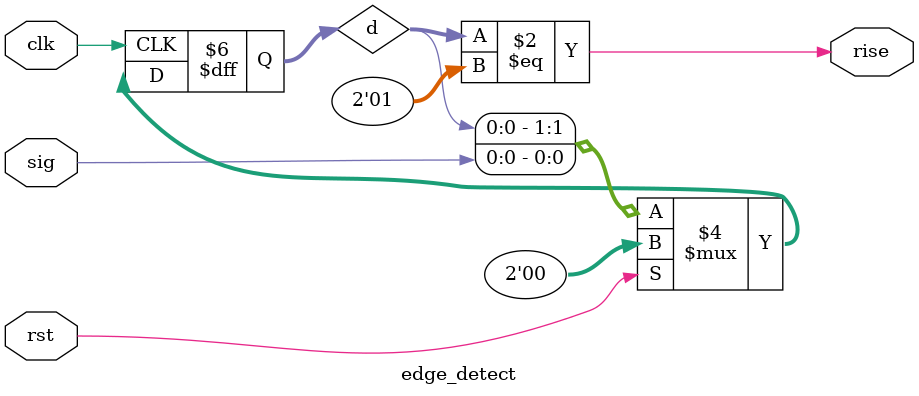
<source format=sv>
`timescale 1ns / 1ps
module edge_detect (
    input  logic clk,
    input  logic rst,
    input  logic sig,
    output logic rise
);
  logic [1:0] d;

  always_ff @(posedge clk) begin
    if (rst) begin
      d <= 2'b00;
    end else begin
      d <= {d[0], sig};
    end
  end

  assign rise = (d == 2'b01);
endmodule
</source>
